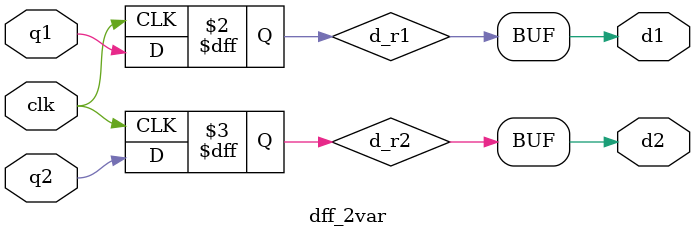
<source format=v>
`timescale 1ns / 1ps

module dff_2var #(
  parameter integer DW_1 = 1,
  parameter integer DW_2 = 1
)
(
  input  clk,
  input  [DW_1-1:0] q1,
  input  [DW_2-1:0] q2,
  output [DW_1-1:0] d1,
  output [DW_2-1:0] d2
    );
  reg [DW_1-1:0] d_r1;
  reg [DW_2-1:0] d_r2;
    
  always @(posedge clk) begin
    d_r1 <= q1;
    d_r2 <= q2;
  end
  
  assign d1 = d_r1;
  assign d2 = d_r2;
    
endmodule
</source>
